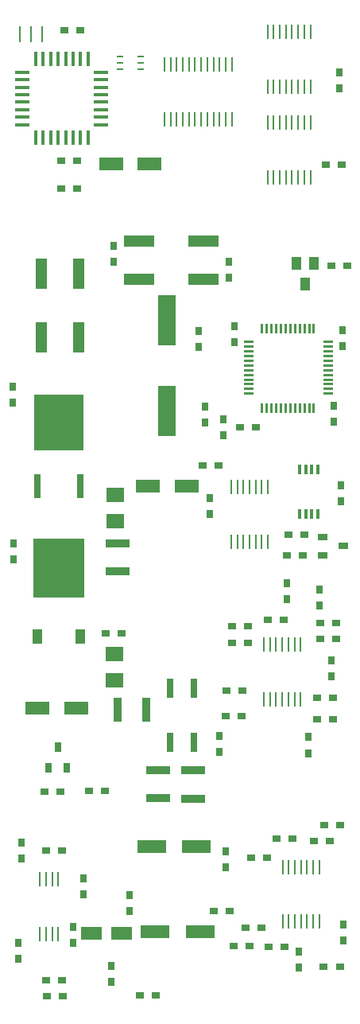
<source format=gbr>
G04 DipTrace 3.0.0.2*
G04 TopPaste.gbr*
%MOIN*%
G04 #@! TF.FileFunction,Paste,Top*
G04 #@! TF.Part,Single*
%AMOUTLINE0*
4,1,4,
0.051181,0.027559,
-0.051181,0.027559,
-0.051181,-0.027559,
0.051181,-0.027559,
0.051181,0.027559,
0*%
%AMOUTLINE1*
4,1,4,
0.043307,0.027559,
-0.043307,0.027559,
-0.043307,-0.027559,
0.043307,-0.027559,
0.043307,0.027559,
0*%
%AMOUTLINE2*
4,1,4,
-0.059055,-0.027559,
0.059055,-0.027559,
0.059055,0.027559,
-0.059055,0.027559,
-0.059055,-0.027559,
0*%
%AMOUTLINE3*
4,1,4,
0.059055,0.027559,
-0.059055,0.027559,
-0.059055,-0.027559,
0.059055,-0.027559,
0.059055,0.027559,
0*%
%AMOUTLINE4*
4,1,4,
0.019685,-0.01378,
0.019685,0.01378,
-0.019685,0.01378,
-0.019685,-0.01378,
0.019685,-0.01378,
0*%
%AMOUTLINE5*
4,1,4,
0.008071,0.020079,
-0.008071,0.020079,
-0.008071,-0.020079,
0.008071,-0.020079,
0.008071,0.020079,
0*%
%AMOUTLINE6*
4,1,4,
0.019685,0.031496,
-0.019685,0.031496,
-0.019685,-0.031496,
0.019685,-0.031496,
0.019685,0.031496,
0*%
%AMOUTLINE7*
4,1,4,
0.106299,0.122047,
-0.106299,0.122047,
-0.106299,-0.122047,
0.106299,-0.122047,
0.106299,0.122047,
0*%
%AMOUTLINE8*
4,1,4,
0.01378,0.019685,
-0.01378,0.019685,
-0.01378,-0.019685,
0.01378,-0.019685,
0.01378,0.019685,
0*%
%AMOUTLINE11*
4,1,4,
-0.038,0.105,
-0.038,-0.105,
0.038,-0.105,
0.038,0.105,
-0.038,0.105,
0*%
%AMOUTLINE12*
4,1,4,
-0.019685,-0.027559,
0.019685,-0.027559,
0.019685,0.027559,
-0.019685,0.027559,
-0.019685,-0.027559,
0*%
%AMOUTLINE13*
4,1,4,
0.035492,-0.031496,
0.035492,0.031496,
-0.035492,0.031496,
-0.035492,-0.031496,
0.035492,-0.031496,
0*%
%AMOUTLINE15*
4,1,4,
0.023622,-0.062992,
0.023622,0.062992,
-0.023622,0.062992,
-0.023622,-0.062992,
0.023622,-0.062992,
0*%
%AMOUTLINE16*
4,1,4,
0.062992,0.023622,
-0.062992,0.023622,
-0.062992,-0.023622,
0.062992,-0.023622,
0.062992,0.023622,
0*%
%AMOUTLINE17*
4,1,4,
0.019685,-0.005,
0.019685,0.005,
-0.019685,0.005,
-0.019685,-0.005,
0.019685,-0.005,
0*%
%AMOUTLINE18*
4,1,4,
0.005,-0.019685,
0.005,0.019685,
-0.005,0.019685,
-0.005,-0.019685,
0.005,-0.019685,
0*%
%ADD65R,0.027559X0.007874*%
%ADD67R,0.007874X0.070866*%
%ADD69R,0.21063X0.234252*%
%ADD71R,0.031496X0.100394*%
%ADD73R,0.059055X0.011811*%
%ADD75R,0.011811X0.059055*%
%ADD81R,0.037402X0.098425*%
%ADD83R,0.098425X0.037402*%
%ADD95R,0.007874X0.062992*%
%ADD97R,0.031496X0.07874*%
%ADD99R,0.035433X0.031496*%
%ADD101R,0.031496X0.035433*%
%ADD108OUTLINE0*%
%ADD109OUTLINE1*%
%ADD110OUTLINE2*%
%ADD111OUTLINE3*%
%ADD112OUTLINE4*%
%ADD113OUTLINE5*%
%ADD114OUTLINE6*%
%ADD115OUTLINE7*%
%ADD116OUTLINE8*%
%ADD119OUTLINE11*%
%ADD120OUTLINE12*%
%ADD121OUTLINE13*%
%ADD123OUTLINE15*%
%ADD124OUTLINE16*%
%ADD125OUTLINE17*%
%ADD126OUTLINE18*%
%FSLAX26Y26*%
G04*
G70*
G90*
G75*
G01*
G04 TopPaste*
%LPD*%
D101*
X1302444Y2547631D3*
Y2480702D3*
X476221Y2357794D3*
Y2290865D3*
D99*
X1788160Y3944236D3*
X1855089D3*
D101*
X1357337Y2879340D3*
Y2812411D3*
X1403587Y3268676D3*
Y3201747D3*
X1819704Y2936217D3*
Y2869288D3*
X1844946Y4331820D3*
Y4264891D3*
D99*
X1624624Y2307878D3*
X1691553D3*
D101*
X1255555Y3247750D3*
Y3180820D3*
X1282491Y2865087D3*
Y2932016D3*
X1858347Y3253280D3*
Y3186351D3*
D99*
X1544635Y2039667D3*
X1611565D3*
X1816486Y1710734D3*
X1749557D3*
X1368567Y1634502D3*
X1435496D3*
D108*
X1203700Y2597273D3*
X1042282D3*
D99*
X1764851Y2025763D3*
X1831780D3*
X1461809Y2012229D3*
X1394879D3*
D101*
X1851704Y2536293D3*
Y2603222D3*
D108*
X739612Y1668990D3*
X578194D3*
D101*
X1673223Y580894D3*
Y647823D3*
D99*
X681437Y529328D3*
X614508D3*
D101*
X497832Y685117D3*
Y618188D3*
D99*
X1647659Y1120721D3*
X1580730D3*
D109*
X931894Y725377D3*
X805910D3*
D110*
X1056236Y1087654D3*
X1245213D3*
D99*
X675471Y1319698D3*
X608542D3*
D101*
X511743Y1105167D3*
Y1038238D3*
X727047Y752856D3*
Y685927D3*
D99*
X615179Y1073166D3*
X682108D3*
D111*
X1259567Y730999D3*
X1070591D3*
D99*
X1271660Y2686664D3*
X1338589D3*
D101*
X472676Y3016793D3*
Y2949864D3*
D108*
X1048734Y3947232D3*
X887316D3*
D99*
X689881Y4507173D3*
X756810D3*
X676231Y3963218D3*
X743160D3*
D97*
X1135502Y1526537D3*
X1235502D3*
Y1751340D3*
X1135502D3*
D95*
X1722709Y4120890D3*
X1697118D3*
X1671528D3*
X1645937D3*
X1620347D3*
X1594756D3*
X1569166D3*
X1543575D3*
Y3892536D3*
X1569166Y3892544D3*
X1594756D3*
X1620347D3*
X1645937D3*
X1671528D3*
X1697118D3*
X1722709D3*
X1543567Y4273637D3*
X1569158D3*
X1594748D3*
X1620339D3*
X1645929D3*
X1671520D3*
X1697110D3*
X1722701D3*
Y4501991D3*
X1697110Y4501983D3*
X1671520D3*
X1645929D3*
X1620339D3*
X1594748D3*
X1569158D3*
X1543567D3*
D112*
X1774009Y2385251D3*
Y2310448D3*
X1860624Y2347849D3*
D95*
X1390436Y2366967D3*
X1416026D3*
X1441617D3*
X1467208D3*
X1492798D3*
X1518389D3*
X1543979Y2366975D3*
Y2595314D3*
X1518389D3*
X1492798D3*
X1467208D3*
X1441617D3*
X1416026D3*
X1390436D3*
D113*
X1678061Y2481271D3*
X1703651D3*
X1729242D3*
X1754832D3*
Y2670247D3*
X1729242D3*
X1703651D3*
X1678061D3*
D114*
X576704Y1967965D3*
X756231D3*
D115*
X666467Y2255366D3*
D95*
X1681622Y1934743D3*
X1656032D3*
X1630441D3*
X1604851D3*
X1579260D3*
X1553670D3*
X1528079Y1934735D3*
Y1706397D3*
X1553670D3*
X1579260D3*
X1604851D3*
X1630441D3*
X1656032D3*
X1681622D3*
D116*
X625271Y1418778D3*
X700074D3*
X662672Y1505393D3*
D95*
X1759771Y1003274D3*
X1734180D3*
X1708589D3*
X1682999D3*
X1657408D3*
X1631818D3*
X1606227Y1003267D3*
Y774928D3*
X1631818D3*
X1657408D3*
X1682999D3*
X1708589D3*
X1734180D3*
X1759771D3*
X665387Y951278D3*
X639797D3*
X614206D3*
X588616D3*
Y722932D3*
X614206D3*
X639797D3*
X665387D3*
D83*
X1230945Y1290038D3*
Y1408149D3*
X1084183Y1290572D3*
Y1408683D3*
X914273Y2241361D3*
Y2359471D3*
D81*
X1032788Y1662314D3*
X914677D3*
D119*
X1119534Y2913364D3*
Y3293364D3*
D120*
X1738353Y3533246D3*
X1700952Y3446631D3*
X1663550Y3533246D3*
D99*
X744979Y3845918D3*
X678050D3*
D121*
X905839Y2563456D3*
Y2451487D3*
D101*
X897827Y3538315D3*
Y3605244D3*
D99*
X1629740Y2394272D3*
X1696670D3*
D101*
X1623229Y2125131D3*
Y2192061D3*
D99*
X1818049Y1622994D3*
X1751120D3*
X1370070Y1740545D3*
X1436999D3*
X1494900Y2846782D3*
X1427971D3*
D101*
X1713616Y1480324D3*
Y1547253D3*
D99*
X1876927Y3523508D3*
X1809998D3*
D101*
X1861135Y761715D3*
Y694786D3*
D99*
X1516406Y750369D3*
X1449477D3*
D101*
X1341730Y1486544D3*
Y1553473D3*
X1381532Y3539450D3*
Y3472521D3*
D99*
X1763685Y1957336D3*
X1830614D3*
X1461746Y1943738D3*
X1394816D3*
D101*
X1761366Y2165481D3*
Y2098551D3*
D99*
X930175Y1982025D3*
X863246D3*
D101*
X1366923Y1001294D3*
Y1068223D3*
D99*
X1781093Y1178482D3*
X1848023D3*
X1779234Y586849D3*
X1846163D3*
X1613225Y669790D3*
X1546295D3*
X1008065Y464232D3*
X1074994D3*
X618933Y463412D3*
X685862D3*
X1399957Y672167D3*
X1466886D3*
X1384545Y818151D3*
X1317616D3*
D121*
X899852Y1896769D3*
Y1784801D3*
D101*
X770961Y888711D3*
Y955641D3*
D99*
X860415Y1322202D3*
X793486D3*
X1737834Y1112330D3*
X1804763D3*
X1540848Y1042046D3*
X1473919D3*
D101*
X1811769Y1869389D3*
Y1802460D3*
X963862Y817946D3*
Y884876D3*
X886070Y521540D3*
Y588469D3*
D123*
X594230Y3490361D3*
Y3222645D3*
X751710Y3490361D3*
Y3222645D3*
D124*
X1005612Y3466965D3*
X1273328D3*
X1005612Y3624445D3*
X1273328D3*
D75*
X790735Y4388264D3*
X759239D3*
X727743D3*
X696247D3*
X664751D3*
X633255D3*
X601759D3*
X570263D3*
D73*
X515145Y4333146D3*
Y4301650D3*
Y4270154D3*
Y4238658D3*
Y4207162D3*
Y4175666D3*
Y4144170D3*
Y4112673D3*
D75*
X570263Y4057555D3*
X601759D3*
X633255D3*
X664751D3*
X696247D3*
X727743D3*
X759239D3*
X790735D3*
D73*
X845853Y4112673D3*
Y4144170D3*
Y4175666D3*
Y4207162D3*
Y4238658D3*
Y4270154D3*
Y4301650D3*
Y4333146D3*
D95*
X1392744Y4364774D3*
X1367154D3*
X1341563D3*
X1315973D3*
X1290382D3*
X1264792D3*
X1239201D3*
X1213610D3*
X1188020D3*
X1162429D3*
X1136839D3*
X1111248D3*
Y4136420D3*
X1136839Y4136428D3*
X1162429D3*
X1188020D3*
X1213610D3*
X1239201D3*
X1264792D3*
X1290382D3*
X1315973D3*
X1341563D3*
X1367154D3*
X1392744D3*
D71*
X578414Y2600239D3*
X757941D3*
D69*
X668177Y2864019D3*
D67*
X503599Y4491298D3*
X551105D3*
X598612D3*
D65*
X1010612Y4346907D3*
Y4372498D3*
Y4398088D3*
X923998D3*
Y4372498D3*
Y4346907D3*
D125*
X1463550Y3201118D3*
Y3181433D3*
Y3161748D3*
Y3142063D3*
Y3122378D3*
Y3102693D3*
Y3083008D3*
Y3063323D3*
Y3043638D3*
Y3023953D3*
Y3004268D3*
Y2984583D3*
D126*
X1522605Y2925528D3*
X1542290D3*
X1561975D3*
X1581660D3*
X1601345D3*
X1621030D3*
X1640715D3*
X1660400D3*
X1680086D3*
X1699771D3*
X1719456D3*
X1739141D3*
D125*
X1798196Y2984583D3*
Y3004268D3*
Y3023953D3*
Y3043638D3*
Y3063323D3*
Y3083008D3*
Y3102693D3*
Y3122378D3*
Y3142063D3*
Y3161748D3*
Y3181433D3*
Y3201118D3*
D126*
X1739141Y3260173D3*
X1719456D3*
X1699771D3*
X1680086D3*
X1660400D3*
X1640715D3*
X1621030D3*
X1601345D3*
X1581660D3*
X1561975D3*
X1542290D3*
X1522605D3*
M02*

</source>
